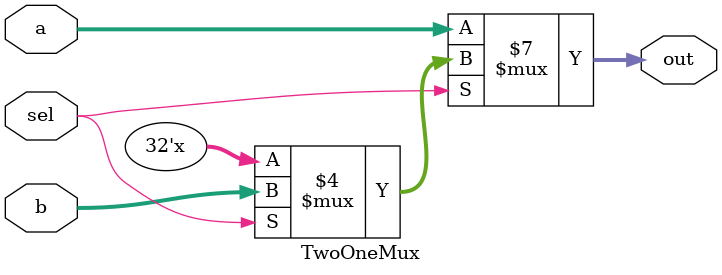
<source format=v>
`timescale 1ns / 1ps
module TwoOneMux(out, a, b, sel);

	parameter	word_size = 32;
	
	input			[word_size-1:0] a,b;
	input			sel;
	
	output reg	[word_size-1:0] out;
	
	always @ (*)
        if (sel == 1'b0)
            out <= a;
        else if (sel == 1'b1)
            out <= b;


endmodule

</source>
